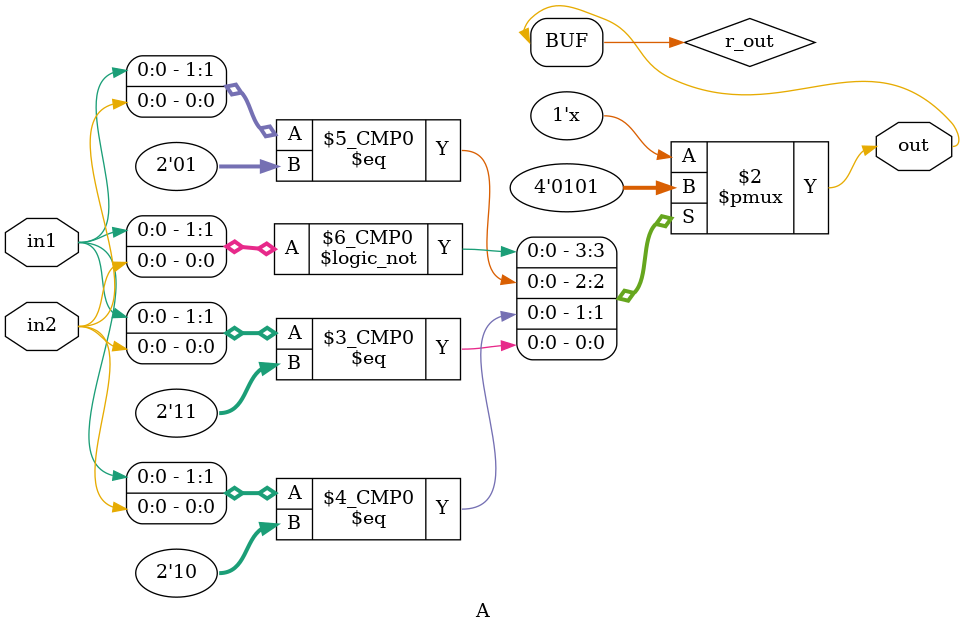
<source format=v>
module A(output out, input in1, in2);
  reg r_out;
  assign out = r_out;
  always@(in1, in2)
    begin
      case({in1,in2})
        2'b00: out = 1'b0;
        2'b01: out = 1'b1;
        2'b10: out = 1'b0;
        2'b11: out = 1'b1;
        default: out = 1'b0;
      endcase
    end
endmodule

</source>
